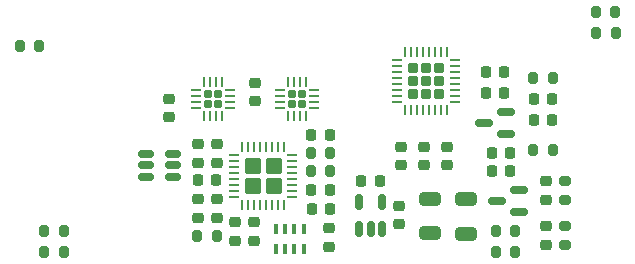
<source format=gbr>
%TF.GenerationSoftware,KiCad,Pcbnew,(6.0.0-rc1-458-g78ff9a857a)*%
%TF.CreationDate,2022-03-27T00:09:45+00:00*%
%TF.ProjectId,belamini_cape_C1,62656c61-6d69-46e6-995f-636170655f43,rev?*%
%TF.SameCoordinates,Original*%
%TF.FileFunction,Paste,Bot*%
%TF.FilePolarity,Positive*%
%FSLAX46Y46*%
G04 Gerber Fmt 4.6, Leading zero omitted, Abs format (unit mm)*
G04 Created by KiCad (PCBNEW (6.0.0-rc1-458-g78ff9a857a)) date 2022-03-27 00:09:45*
%MOMM*%
%LPD*%
G01*
G04 APERTURE LIST*
G04 Aperture macros list*
%AMRoundRect*
0 Rectangle with rounded corners*
0 $1 Rounding radius*
0 $2 $3 $4 $5 $6 $7 $8 $9 X,Y pos of 4 corners*
0 Add a 4 corners polygon primitive as box body*
4,1,4,$2,$3,$4,$5,$6,$7,$8,$9,$2,$3,0*
0 Add four circle primitives for the rounded corners*
1,1,$1+$1,$2,$3*
1,1,$1+$1,$4,$5*
1,1,$1+$1,$6,$7*
1,1,$1+$1,$8,$9*
0 Add four rect primitives between the rounded corners*
20,1,$1+$1,$2,$3,$4,$5,0*
20,1,$1+$1,$4,$5,$6,$7,0*
20,1,$1+$1,$6,$7,$8,$9,0*
20,1,$1+$1,$8,$9,$2,$3,0*%
G04 Aperture macros list end*
%ADD10RoundRect,0.200000X-0.200000X-0.275000X0.200000X-0.275000X0.200000X0.275000X-0.200000X0.275000X0*%
%ADD11RoundRect,0.150000X0.587500X0.150000X-0.587500X0.150000X-0.587500X-0.150000X0.587500X-0.150000X0*%
%ADD12RoundRect,0.250000X-0.455000X-0.455000X0.455000X-0.455000X0.455000X0.455000X-0.455000X0.455000X0*%
%ADD13RoundRect,0.062500X-0.337500X-0.062500X0.337500X-0.062500X0.337500X0.062500X-0.337500X0.062500X0*%
%ADD14RoundRect,0.062500X-0.062500X-0.337500X0.062500X-0.337500X0.062500X0.337500X-0.062500X0.337500X0*%
%ADD15RoundRect,0.225000X-0.225000X-0.250000X0.225000X-0.250000X0.225000X0.250000X-0.225000X0.250000X0*%
%ADD16RoundRect,0.225000X-0.250000X0.225000X-0.250000X-0.225000X0.250000X-0.225000X0.250000X0.225000X0*%
%ADD17RoundRect,0.200000X0.200000X0.275000X-0.200000X0.275000X-0.200000X-0.275000X0.200000X-0.275000X0*%
%ADD18RoundRect,0.225000X0.225000X0.250000X-0.225000X0.250000X-0.225000X-0.250000X0.225000X-0.250000X0*%
%ADD19R,0.400000X0.900000*%
%ADD20RoundRect,0.150000X0.150000X-0.512500X0.150000X0.512500X-0.150000X0.512500X-0.150000X-0.512500X0*%
%ADD21RoundRect,0.225000X0.250000X-0.225000X0.250000X0.225000X-0.250000X0.225000X-0.250000X-0.225000X0*%
%ADD22RoundRect,0.150000X0.512500X0.150000X-0.512500X0.150000X-0.512500X-0.150000X0.512500X-0.150000X0*%
%ADD23RoundRect,0.218750X-0.256250X0.218750X-0.256250X-0.218750X0.256250X-0.218750X0.256250X0.218750X0*%
%ADD24RoundRect,0.250000X-0.650000X0.325000X-0.650000X-0.325000X0.650000X-0.325000X0.650000X0.325000X0*%
%ADD25RoundRect,0.200000X-0.275000X0.200000X-0.275000X-0.200000X0.275000X-0.200000X0.275000X0.200000X0*%
%ADD26RoundRect,0.218750X0.256250X-0.218750X0.256250X0.218750X-0.256250X0.218750X-0.256250X-0.218750X0*%
%ADD27RoundRect,0.172500X0.172500X0.172500X-0.172500X0.172500X-0.172500X-0.172500X0.172500X-0.172500X0*%
%ADD28RoundRect,0.062500X0.350000X0.062500X-0.350000X0.062500X-0.350000X-0.062500X0.350000X-0.062500X0*%
%ADD29RoundRect,0.062500X0.062500X0.350000X-0.062500X0.350000X-0.062500X-0.350000X0.062500X-0.350000X0*%
%ADD30RoundRect,0.222500X-0.222500X0.222500X-0.222500X-0.222500X0.222500X-0.222500X0.222500X0.222500X0*%
%ADD31RoundRect,0.062500X-0.062500X0.375000X-0.062500X-0.375000X0.062500X-0.375000X0.062500X0.375000X0*%
%ADD32RoundRect,0.062500X-0.375000X0.062500X-0.375000X-0.062500X0.375000X-0.062500X0.375000X0.062500X0*%
%ADD33RoundRect,0.172500X-0.172500X-0.172500X0.172500X-0.172500X0.172500X0.172500X-0.172500X0.172500X0*%
%ADD34RoundRect,0.062500X-0.350000X-0.062500X0.350000X-0.062500X0.350000X0.062500X-0.350000X0.062500X0*%
%ADD35RoundRect,0.062500X-0.062500X-0.350000X0.062500X-0.350000X0.062500X0.350000X-0.062500X0.350000X0*%
%ADD36RoundRect,0.200000X0.275000X-0.200000X0.275000X0.200000X-0.275000X0.200000X-0.275000X-0.200000X0*%
G04 APERTURE END LIST*
D10*
%TO.C,R9*%
X166658100Y-105104600D03*
X168308100Y-105104600D03*
%TD*%
D11*
%TO.C,D4*%
X165499600Y-108472600D03*
X165499600Y-110372600D03*
X163624600Y-109422600D03*
%TD*%
D12*
%TO.C,IC3*%
X142925000Y-108175000D03*
X144675000Y-108175000D03*
X142925000Y-106425000D03*
X144675000Y-106425000D03*
D13*
X141350000Y-109050000D03*
X141350000Y-108550000D03*
X141350000Y-108050000D03*
X141350000Y-107550000D03*
X141350000Y-107050000D03*
X141350000Y-106550000D03*
X141350000Y-106050000D03*
X141350000Y-105550000D03*
D14*
X142050000Y-104850000D03*
X142550000Y-104850000D03*
X143050000Y-104850000D03*
X143550000Y-104850000D03*
X144050000Y-104850000D03*
X144550000Y-104850000D03*
X145050000Y-104850000D03*
X145550000Y-104850000D03*
D13*
X146250000Y-105550000D03*
X146250000Y-106050000D03*
X146250000Y-106550000D03*
X146250000Y-107050000D03*
X146250000Y-107550000D03*
X146250000Y-108050000D03*
X146250000Y-108550000D03*
X146250000Y-109050000D03*
D14*
X145550000Y-109750000D03*
X145050000Y-109750000D03*
X144550000Y-109750000D03*
X144050000Y-109750000D03*
X143550000Y-109750000D03*
X143050000Y-109750000D03*
X142550000Y-109750000D03*
X142050000Y-109750000D03*
%TD*%
D15*
%TO.C,C19*%
X162644100Y-98500600D03*
X164194100Y-98500600D03*
%TD*%
%TO.C,C14*%
X163152100Y-105358600D03*
X164702100Y-105358600D03*
%TD*%
D16*
%TO.C,C22*%
X138300000Y-109275000D03*
X138300000Y-110825000D03*
%TD*%
D15*
%TO.C,C10*%
X147875000Y-108450000D03*
X149425000Y-108450000D03*
%TD*%
D17*
%TO.C,R5*%
X126906100Y-113740600D03*
X125256100Y-113740600D03*
%TD*%
D18*
%TO.C,C23*%
X139825000Y-107650000D03*
X138275000Y-107650000D03*
%TD*%
D19*
%TO.C,RN1*%
X144850000Y-111800000D03*
X145650000Y-111800000D03*
X146450000Y-111800000D03*
X147250000Y-111800000D03*
X147250000Y-113500000D03*
X146450000Y-113500000D03*
X145650000Y-113500000D03*
X144850000Y-113500000D03*
%TD*%
D15*
%TO.C,C15*%
X163152100Y-106882600D03*
X164702100Y-106882600D03*
%TD*%
D20*
%TO.C,IC5*%
X153850000Y-111766600D03*
X152900000Y-111766600D03*
X151950000Y-111766600D03*
X151950000Y-109491600D03*
X153850000Y-109491600D03*
%TD*%
D17*
%TO.C,R1*%
X165133100Y-111962600D03*
X163483100Y-111962600D03*
%TD*%
D21*
%TO.C,C4*%
X143000000Y-112775000D03*
X143000000Y-111225000D03*
%TD*%
D22*
%TO.C,IC6*%
X136137500Y-105450000D03*
X136137500Y-106400000D03*
X136137500Y-107350000D03*
X133862500Y-107350000D03*
X133862500Y-106400000D03*
X133862500Y-105450000D03*
%TD*%
D23*
%TO.C,FB1*%
X149400000Y-111712500D03*
X149400000Y-113287500D03*
%TD*%
D18*
%TO.C,C13*%
X168258100Y-102564600D03*
X166708100Y-102564600D03*
%TD*%
D17*
%TO.C,R12*%
X149475000Y-106850000D03*
X147825000Y-106850000D03*
%TD*%
D10*
%TO.C,R4*%
X125256100Y-111962600D03*
X126906100Y-111962600D03*
%TD*%
D17*
%TO.C,R3*%
X124850100Y-96328600D03*
X123200100Y-96328600D03*
%TD*%
D16*
%TO.C,C16*%
X157450100Y-104837600D03*
X157450100Y-106387600D03*
%TD*%
D21*
%TO.C,C24*%
X135825000Y-102325000D03*
X135825000Y-100775000D03*
%TD*%
D24*
%TO.C,C9*%
X157920000Y-109215000D03*
X157920000Y-112165000D03*
%TD*%
D10*
%TO.C,R11*%
X171975000Y-93420600D03*
X173625000Y-93420600D03*
%TD*%
D16*
%TO.C,C18*%
X159355100Y-104837600D03*
X159355100Y-106387600D03*
%TD*%
D10*
%TO.C,R14*%
X138225000Y-112350000D03*
X139875000Y-112350000D03*
%TD*%
D25*
%TO.C,R6*%
X169388100Y-111518600D03*
X169388100Y-113168600D03*
%TD*%
D21*
%TO.C,C1*%
X141400000Y-112775000D03*
X141400000Y-111225000D03*
%TD*%
D17*
%TO.C,R13*%
X149475000Y-105370000D03*
X147825000Y-105370000D03*
%TD*%
D18*
%TO.C,C12*%
X168258100Y-100786600D03*
X166708100Y-100786600D03*
%TD*%
D26*
%TO.C,FB2*%
X155481600Y-106400100D03*
X155481600Y-104825100D03*
%TD*%
D15*
%TO.C,C2*%
X147925000Y-110100000D03*
X149475000Y-110100000D03*
%TD*%
D18*
%TO.C,C6*%
X153675000Y-107700000D03*
X152125000Y-107700000D03*
%TD*%
D10*
%TO.C,R10*%
X171992100Y-95198600D03*
X173642100Y-95198600D03*
%TD*%
D27*
%TO.C,IC1*%
X139968100Y-101211600D03*
X139118100Y-100361600D03*
X139968100Y-100361600D03*
X139118100Y-101211600D03*
D28*
X141005600Y-100036600D03*
X141005600Y-100536600D03*
X141005600Y-101036600D03*
X141005600Y-101536600D03*
D29*
X140293100Y-102249100D03*
X139793100Y-102249100D03*
X139293100Y-102249100D03*
X138793100Y-102249100D03*
D28*
X138080600Y-101536600D03*
X138080600Y-101036600D03*
X138080600Y-100536600D03*
X138080600Y-100036600D03*
D29*
X138793100Y-99324100D03*
X139293100Y-99324100D03*
X139793100Y-99324100D03*
X140293100Y-99324100D03*
%TD*%
D16*
%TO.C,C3*%
X139850000Y-109275000D03*
X139850000Y-110825000D03*
%TD*%
D24*
%TO.C,C8*%
X160975000Y-109217600D03*
X160975000Y-112167600D03*
%TD*%
D10*
%TO.C,R8*%
X166658100Y-99008600D03*
X168308100Y-99008600D03*
%TD*%
D15*
%TO.C,C11*%
X147875000Y-103800000D03*
X149425000Y-103800000D03*
%TD*%
D21*
%TO.C,C21*%
X138300000Y-106175000D03*
X138300000Y-104625000D03*
%TD*%
%TO.C,C20*%
X139850000Y-106175000D03*
X139850000Y-104625000D03*
%TD*%
D11*
%TO.C,D3*%
X164356600Y-101868600D03*
X164356600Y-103768600D03*
X162481600Y-102818600D03*
%TD*%
D17*
%TO.C,R2*%
X165133100Y-113740600D03*
X163483100Y-113740600D03*
%TD*%
D30*
%TO.C,IC4*%
X157577100Y-99262600D03*
X156477100Y-100362600D03*
X158677100Y-99262600D03*
X158677100Y-100362600D03*
X156477100Y-98162600D03*
X157577100Y-98162600D03*
X157577100Y-100362600D03*
X158677100Y-98162600D03*
X156477100Y-99262600D03*
D31*
X155827100Y-96825100D03*
X156327100Y-96825100D03*
X156827100Y-96825100D03*
X157327100Y-96825100D03*
X157827100Y-96825100D03*
X158327100Y-96825100D03*
X158827100Y-96825100D03*
X159327100Y-96825100D03*
D32*
X160014600Y-97512600D03*
X160014600Y-98012600D03*
X160014600Y-98512600D03*
X160014600Y-99012600D03*
X160014600Y-99512600D03*
X160014600Y-100012600D03*
X160014600Y-100512600D03*
X160014600Y-101012600D03*
D31*
X159327100Y-101700100D03*
X158827100Y-101700100D03*
X158327100Y-101700100D03*
X157827100Y-101700100D03*
X157327100Y-101700100D03*
X156827100Y-101700100D03*
X156327100Y-101700100D03*
X155827100Y-101700100D03*
D32*
X155139600Y-101012600D03*
X155139600Y-100512600D03*
X155139600Y-100012600D03*
X155139600Y-99512600D03*
X155139600Y-99012600D03*
X155139600Y-98512600D03*
X155139600Y-98012600D03*
X155139600Y-97512600D03*
%TD*%
D23*
%TO.C,D1*%
X167737100Y-111556100D03*
X167737100Y-113131100D03*
%TD*%
D16*
%TO.C,C7*%
X155340000Y-109795000D03*
X155340000Y-111345000D03*
%TD*%
D15*
%TO.C,C17*%
X162644100Y-100278600D03*
X164194100Y-100278600D03*
%TD*%
D33*
%TO.C,IC2*%
X147080100Y-100361600D03*
X146230100Y-101211600D03*
X146230100Y-100361600D03*
X147080100Y-101211600D03*
D34*
X145192600Y-101536600D03*
X145192600Y-101036600D03*
X145192600Y-100536600D03*
X145192600Y-100036600D03*
D35*
X145905100Y-99324100D03*
X146405100Y-99324100D03*
X146905100Y-99324100D03*
X147405100Y-99324100D03*
D34*
X148117600Y-100036600D03*
X148117600Y-100536600D03*
X148117600Y-101036600D03*
X148117600Y-101536600D03*
D35*
X147405100Y-102249100D03*
X146905100Y-102249100D03*
X146405100Y-102249100D03*
X145905100Y-102249100D03*
%TD*%
D36*
%TO.C,R7*%
X169388100Y-109358600D03*
X169388100Y-107708600D03*
%TD*%
D21*
%TO.C,C5*%
X143099100Y-100975000D03*
X143099100Y-99425000D03*
%TD*%
D26*
%TO.C,D2*%
X167737100Y-109321100D03*
X167737100Y-107746100D03*
%TD*%
M02*

</source>
